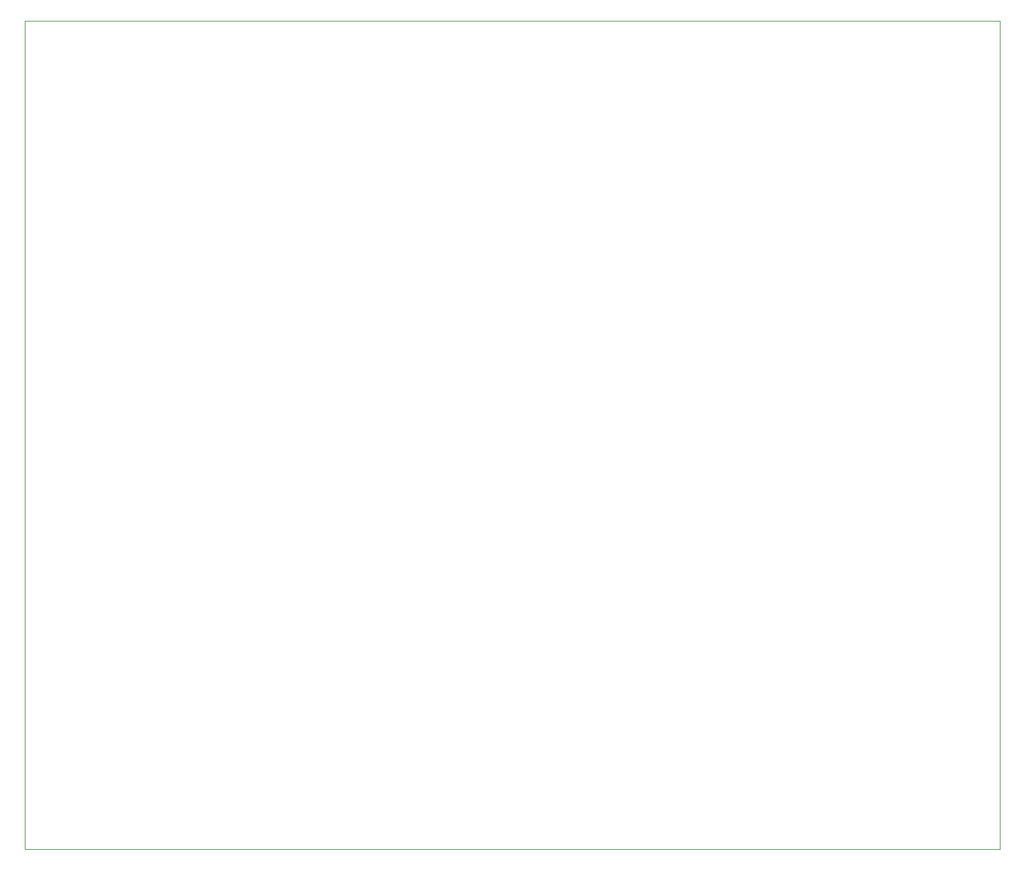
<source format=gbr>
%TF.GenerationSoftware,KiCad,Pcbnew,9.0.0*%
%TF.CreationDate,2025-04-29T11:20:53+05:30*%
%TF.ProjectId,PCB design for IoT-based Street Parking Management,50434220-6465-4736-9967-6e20666f7220,rev?*%
%TF.SameCoordinates,Original*%
%TF.FileFunction,Profile,NP*%
%FSLAX46Y46*%
G04 Gerber Fmt 4.6, Leading zero omitted, Abs format (unit mm)*
G04 Created by KiCad (PCBNEW 9.0.0) date 2025-04-29 11:20:53*
%MOMM*%
%LPD*%
G01*
G04 APERTURE LIST*
%TA.AperFunction,Profile*%
%ADD10C,0.050000*%
%TD*%
G04 APERTURE END LIST*
D10*
X102500000Y-52500000D02*
X229000000Y-52500000D01*
X229000000Y-160000000D01*
X102500000Y-160000000D01*
X102500000Y-52500000D01*
M02*

</source>
